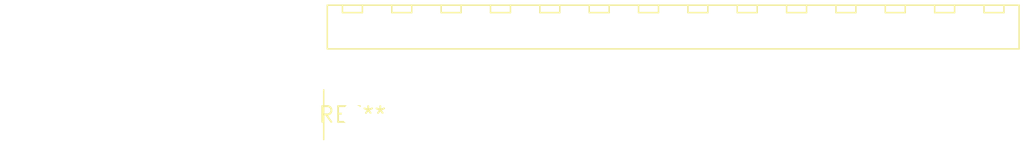
<source format=kicad_pcb>
(kicad_pcb (version 20240108) (generator pcbnew)
  (layers (0 "F.Cu" signal) (31 "B.Cu" signal) (34 "B.Paste" user) (35 "F.Paste" user) (36 "B.SilkS" user "B.Silkscreen") (37 "F.SilkS" user "F.Silkscreen") (38 "B.Mask" user) (39 "F.Mask" user) (44 "Edge.Cuts" user))
  (net 0 "")
  (footprint "Molex_KK-396_A-41792-0014_1x14_P3.96mm_Horizontal" (layer "F.Cu") (at 0 0)
    (property "Reference" "REF**")
    (property "Value" "Molex_KK-396_A-41792-0014_1x14_P3.96mm_Horizontal")
    (fp_line (start -2.305 -2) (end -2.305 2) (layer "F.SilkS") (stroke (width 0.12)))
    (fp_line (start -2.015 -8.82) (end 53.495 -8.82) (layer "F.SilkS") (stroke (width 0.12)))
    (fp_line (start -2.015 -5.3) (end -2.015 -8.82) (layer "F.SilkS") (stroke (width 0.12)))
    (fp_line (start -0.8 -8.82) (end -0.8 -8.22) (layer "F.SilkS") (stroke (width 0.12)))
    (fp_line (start -0.8 -8.22) (end 0.8 -8.22) (layer "F.SilkS") (stroke (width 0.12)))
    (fp_line (start 0.8 -8.22) (end 0.8 -8.82) (layer "F.SilkS") (stroke (width 0.12)))
    (fp_line (start 3.16 -8.82) (end 3.16 -8.22) (layer "F.SilkS") (stroke (width 0.12)))
    (fp_line (start 3.16 -8.22) (end 4.76 -8.22) (layer "F.SilkS") (stroke (width 0.12)))
    (fp_line (start 4.76 -8.22) (end 4.76 -8.82) (layer "F.SilkS") (stroke (width 0.12)))
    (fp_line (start 7.12 -8.82) (end 7.12 -8.22) (layer "F.SilkS") (stroke (width 0.12)))
    (fp_line (start 7.12 -8.22) (end 8.72 -8.22) (layer "F.SilkS") (stroke (width 0.12)))
    (fp_line (start 8.72 -8.22) (end 8.72 -8.82) (layer "F.SilkS") (stroke (width 0.12)))
    (fp_line (start 11.08 -8.82) (end 11.08 -8.22) (layer "F.SilkS") (stroke (width 0.12)))
    (fp_line (start 11.08 -8.22) (end 12.68 -8.22) (layer "F.SilkS") (stroke (width 0.12)))
    (fp_line (start 12.68 -8.22) (end 12.68 -8.82) (layer "F.SilkS") (stroke (width 0.12)))
    (fp_line (start 15.04 -8.82) (end 15.04 -8.22) (layer "F.SilkS") (stroke (width 0.12)))
    (fp_line (start 15.04 -8.22) (end 16.64 -8.22) (layer "F.SilkS") (stroke (width 0.12)))
    (fp_line (start 16.64 -8.22) (end 16.64 -8.82) (layer "F.SilkS") (stroke (width 0.12)))
    (fp_line (start 19 -8.82) (end 19 -8.22) (layer "F.SilkS") (stroke (width 0.12)))
    (fp_line (start 19 -8.22) (end 20.6 -8.22) (layer "F.SilkS") (stroke (width 0.12)))
    (fp_line (start 20.6 -8.22) (end 20.6 -8.82) (layer "F.SilkS") (stroke (width 0.12)))
    (fp_line (start 22.96 -8.82) (end 22.96 -8.22) (layer "F.SilkS") (stroke (width 0.12)))
    (fp_line (start 22.96 -8.22) (end 24.56 -8.22) (layer "F.SilkS") (stroke (width 0.12)))
    (fp_line (start 24.56 -8.22) (end 24.56 -8.82) (layer "F.SilkS") (stroke (width 0.12)))
    (fp_line (start 26.92 -8.82) (end 26.92 -8.22) (layer "F.SilkS") (stroke (width 0.12)))
    (fp_line (start 26.92 -8.22) (end 28.52 -8.22) (layer "F.SilkS") (stroke (width 0.12)))
    (fp_line (start 28.52 -8.22) (end 28.52 -8.82) (layer "F.SilkS") (stroke (width 0.12)))
    (fp_line (start 30.88 -8.82) (end 30.88 -8.22) (layer "F.SilkS") (stroke (width 0.12)))
    (fp_line (start 30.88 -8.22) (end 32.48 -8.22) (layer "F.SilkS") (stroke (width 0.12)))
    (fp_line (start 32.48 -8.22) (end 32.48 -8.82) (layer "F.SilkS") (stroke (width 0.12)))
    (fp_line (start 34.84 -8.82) (end 34.84 -8.22) (layer "F.SilkS") (stroke (width 0.12)))
    (fp_line (start 34.84 -8.22) (end 36.44 -8.22) (layer "F.SilkS") (stroke (width 0.12)))
    (fp_line (start 36.44 -8.22) (end 36.44 -8.82) (layer "F.SilkS") (stroke (width 0.12)))
    (fp_line (start 38.8 -8.82) (end 38.8 -8.22) (layer "F.SilkS") (stroke (width 0.12)))
    (fp_line (start 38.8 -8.22) (end 40.4 -8.22) (layer "F.SilkS") (stroke (width 0.12)))
    (fp_line (start 40.4 -8.22) (end 40.4 -8.82) (layer "F.SilkS") (stroke (width 0.12)))
    (fp_line (start 42.76 -8.82) (end 42.76 -8.22) (layer "F.SilkS") (stroke (width 0.12)))
    (fp_line (start 42.76 -8.22) (end 44.36 -8.22) (layer "F.SilkS") (stroke (width 0.12)))
    (fp_line (start 44.36 -8.22) (end 44.36 -8.82) (layer "F.SilkS") (stroke (width 0.12)))
    (fp_line (start 46.72 -8.82) (end 46.72 -8.22) (layer "F.SilkS") (stroke (width 0.12)))
    (fp_line (start 46.72 -8.22) (end 48.32 -8.22) (layer "F.SilkS") (stroke (width 0.12)))
    (fp_line (start 48.32 -8.22) (end 48.32 -8.82) (layer "F.SilkS") (stroke (width 0.12)))
    (fp_line (start 50.68 -8.82) (end 50.68 -8.22) (layer "F.SilkS") (stroke (width 0.12)))
    (fp_line (start 50.68 -8.22) (end 52.28 -8.22) (layer "F.SilkS") (stroke (width 0.12)))
    (fp_line (start 52.28 -8.22) (end 52.28 -8.82) (layer "F.SilkS") (stroke (width 0.12)))
    (fp_line (start 53.495 -8.82) (end 53.495 -5.3) (layer "F.SilkS") (stroke (width 0.12)))
    (fp_line (start 53.495 -5.3) (end -2.015 -5.3) (layer "F.SilkS") (stroke (width 0.12)))
    (pad "1" thru_hole roundrect (at 0 0) (size 3.16 4.1) (drill 1.7) (layers *.Cu *.Mask) (remove_unused_layers) (roundrect_rratio 0.079114))
    (pad "2" thru_hole oval (at 3.96 0) (size 3.16 4.1) (drill 1.7) (layers *.Cu *.Mask) (remove_unused_layers))
    (pad "3" thru_hole oval (at 7.92 0) (size 3.16 4.1) (drill 1.7) (layers *.Cu *.Mask) (remove_unused_layers))
    (pad "4" thru_hole oval (at 11.88 0) (size 3.16 4.1) (drill 1.7) (layers *.Cu *.Mask) (remove_unused_layers))
    (pad "5" thru_hole oval (at 15.84 0) (size 3.16 4.1) (drill 1.7) (layers *.Cu *.Mask) (remove_unused_layers))
    (pad "6" thru_hole oval (at 19.8 0) (size 3.16 4.1) (drill 1.7) (layers *.Cu *.Mask) (remove_unused_layers))
    (pad "7" thru_hole oval (at 23.76 0) (size 3.16 4.1) (drill 1.7) (layers *.Cu *.Mask) (remove_unused_layers))
    (pad "8" thru_hole oval (at 27.72 0) (size 3.16 4.1) (drill 1.7) (layers *.Cu *.Mask) (remove_unused_layers))
    (pad "9" thru_hole oval (at 31.68 0) (size 3.16 4.1) (drill 1.7) (layers *.Cu *.Mask) (remove_unused_layers))
    (pad "10" thru_hole oval (at 35.64 0) (size 3.16 4.1) (drill 1.7) (layers *.Cu *.Mask) (remove_unused_layers))
    (pad "11" thru_hole oval (at 39.6 0) (size 3.16 4.1) (drill 1.7) (layers *.Cu *.Mask) (remove_unused_layers))
    (pad "12" thru_hole oval (at 43.56 0) (size 3.16 4.1) (drill 1.7) (layers *.Cu *.Mask) (remove_unused_layers))
    (pad "13" thru_hole oval (at 47.52 0) (size 3.16 4.1) (drill 1.7) (layers *.Cu *.Mask) (remove_unused_layers))
    (pad "14" thru_hole oval (at 51.48 0) (size 3.16 4.1) (drill 1.7) (layers *.Cu *.Mask) (remove_unused_layers))
  )
)
</source>
